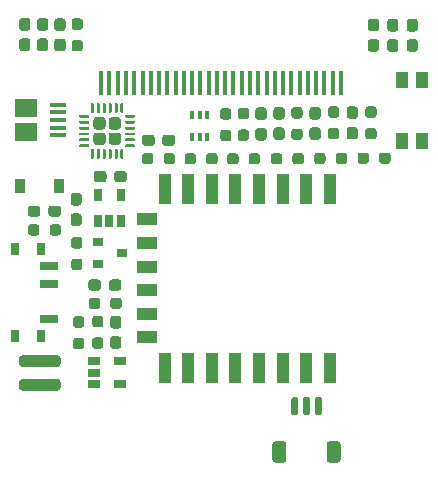
<source format=gbp>
G04 #@! TF.GenerationSoftware,KiCad,Pcbnew,5.1.10-88a1d61d58~90~ubuntu20.04.1*
G04 #@! TF.CreationDate,2021-12-07T21:06:44-07:00*
G04 #@! TF.ProjectId,v1.0-Beta-WiFi-Nugget,76312e30-2d42-4657-9461-2d576946692d,rev?*
G04 #@! TF.SameCoordinates,Original*
G04 #@! TF.FileFunction,Paste,Bot*
G04 #@! TF.FilePolarity,Positive*
%FSLAX46Y46*%
G04 Gerber Fmt 4.6, Leading zero omitted, Abs format (unit mm)*
G04 Created by KiCad (PCBNEW 5.1.10-88a1d61d58~90~ubuntu20.04.1) date 2021-12-07 21:06:44*
%MOMM*%
%LPD*%
G01*
G04 APERTURE LIST*
%ADD10R,0.400000X2.000000*%
%ADD11R,1.000000X2.500000*%
%ADD12R,1.800000X1.000000*%
%ADD13R,0.400000X0.650000*%
%ADD14R,0.900000X1.200000*%
%ADD15R,1.900000X1.500000*%
%ADD16R,1.350000X0.400000*%
%ADD17R,0.900000X0.800000*%
%ADD18R,1.000000X1.450000*%
%ADD19R,1.500000X0.700000*%
%ADD20R,0.800000X1.000000*%
%ADD21R,1.060000X0.650000*%
%ADD22R,0.650000X1.060000*%
G04 APERTURE END LIST*
D10*
X10150000Y10160000D03*
X9450000Y10160000D03*
X8750000Y10160000D03*
X8050000Y10160000D03*
X7350000Y10160000D03*
X6650000Y10160000D03*
X5950000Y10160000D03*
X5250000Y10160000D03*
X4550000Y10160000D03*
X3850000Y10160000D03*
X3150000Y10160000D03*
X2450000Y10160000D03*
X1750000Y10160000D03*
X1050000Y10160000D03*
X350000Y10160000D03*
X-350000Y10160000D03*
X-1050000Y10160000D03*
X-1750000Y10160000D03*
X-2450000Y10160000D03*
X-3150000Y10160000D03*
X-3850000Y10160000D03*
X-4550000Y10160000D03*
X-5250000Y10160000D03*
X-5950000Y10160000D03*
X-6650000Y10160000D03*
X-7350000Y10160000D03*
X-8050000Y10160000D03*
X-8750000Y10160000D03*
X-9450000Y10160000D03*
X-10150000Y10160000D03*
G36*
G01*
X5539000Y-20465499D02*
X5539000Y-21765501D01*
G75*
G02*
X5289001Y-22015500I-249999J0D01*
G01*
X4588999Y-22015500D01*
G75*
G02*
X4339000Y-21765501I0J249999D01*
G01*
X4339000Y-20465499D01*
G75*
G02*
X4588999Y-20215500I249999J0D01*
G01*
X5289001Y-20215500D01*
G75*
G02*
X5539000Y-20465499I0J-249999D01*
G01*
G37*
G36*
G01*
X10139000Y-20465499D02*
X10139000Y-21765501D01*
G75*
G02*
X9889001Y-22015500I-249999J0D01*
G01*
X9188999Y-22015500D01*
G75*
G02*
X8939000Y-21765501I0J249999D01*
G01*
X8939000Y-20465499D01*
G75*
G02*
X9188999Y-20215500I249999J0D01*
G01*
X9889001Y-20215500D01*
G75*
G02*
X10139000Y-20465499I0J-249999D01*
G01*
G37*
G36*
G01*
X6539000Y-16615500D02*
X6539000Y-17865500D01*
G75*
G02*
X6389000Y-18015500I-150000J0D01*
G01*
X6089000Y-18015500D01*
G75*
G02*
X5939000Y-17865500I0J150000D01*
G01*
X5939000Y-16615500D01*
G75*
G02*
X6089000Y-16465500I150000J0D01*
G01*
X6389000Y-16465500D01*
G75*
G02*
X6539000Y-16615500I0J-150000D01*
G01*
G37*
G36*
G01*
X7539000Y-16615500D02*
X7539000Y-17865500D01*
G75*
G02*
X7389000Y-18015500I-150000J0D01*
G01*
X7089000Y-18015500D01*
G75*
G02*
X6939000Y-17865500I0J150000D01*
G01*
X6939000Y-16615500D01*
G75*
G02*
X7089000Y-16465500I150000J0D01*
G01*
X7389000Y-16465500D01*
G75*
G02*
X7539000Y-16615500I0J-150000D01*
G01*
G37*
G36*
G01*
X8539000Y-16615500D02*
X8539000Y-17865500D01*
G75*
G02*
X8389000Y-18015500I-150000J0D01*
G01*
X8089000Y-18015500D01*
G75*
G02*
X7939000Y-17865500I0J150000D01*
G01*
X7939000Y-16615500D01*
G75*
G02*
X8089000Y-16465500I150000J0D01*
G01*
X8389000Y-16465500D01*
G75*
G02*
X8539000Y-16615500I0J-150000D01*
G01*
G37*
G36*
G01*
X1654800Y8016700D02*
X2129800Y8016700D01*
G75*
G02*
X2367300Y7779200I0J-237500D01*
G01*
X2367300Y7279200D01*
G75*
G02*
X2129800Y7041700I-237500J0D01*
G01*
X1654800Y7041700D01*
G75*
G02*
X1417300Y7279200I0J237500D01*
G01*
X1417300Y7779200D01*
G75*
G02*
X1654800Y8016700I237500J0D01*
G01*
G37*
G36*
G01*
X1654800Y6191700D02*
X2129800Y6191700D01*
G75*
G02*
X2367300Y5954200I0J-237500D01*
G01*
X2367300Y5454200D01*
G75*
G02*
X2129800Y5216700I-237500J0D01*
G01*
X1654800Y5216700D01*
G75*
G02*
X1417300Y5454200I0J237500D01*
G01*
X1417300Y5954200D01*
G75*
G02*
X1654800Y6191700I237500J0D01*
G01*
G37*
G36*
G01*
X168900Y7991300D02*
X643900Y7991300D01*
G75*
G02*
X881400Y7753800I0J-237500D01*
G01*
X881400Y7253800D01*
G75*
G02*
X643900Y7016300I-237500J0D01*
G01*
X168900Y7016300D01*
G75*
G02*
X-68600Y7253800I0J237500D01*
G01*
X-68600Y7753800D01*
G75*
G02*
X168900Y7991300I237500J0D01*
G01*
G37*
G36*
G01*
X168900Y6166300D02*
X643900Y6166300D01*
G75*
G02*
X881400Y5928800I0J-237500D01*
G01*
X881400Y5428800D01*
G75*
G02*
X643900Y5191300I-237500J0D01*
G01*
X168900Y5191300D01*
G75*
G02*
X-68600Y5428800I0J237500D01*
G01*
X-68600Y5928800D01*
G75*
G02*
X168900Y6166300I237500J0D01*
G01*
G37*
G36*
G01*
X-10014299Y6182900D02*
X-10564301Y6182900D01*
G75*
G02*
X-10814300Y6432899I0J249999D01*
G01*
X-10814300Y6982901D01*
G75*
G02*
X-10564301Y7232900I249999J0D01*
G01*
X-10014299Y7232900D01*
G75*
G02*
X-9764300Y6982901I0J-249999D01*
G01*
X-9764300Y6432899D01*
G75*
G02*
X-10014299Y6182900I-249999J0D01*
G01*
G37*
G36*
G01*
X-8714299Y6182900D02*
X-9264301Y6182900D01*
G75*
G02*
X-9514300Y6432899I0J249999D01*
G01*
X-9514300Y6982901D01*
G75*
G02*
X-9264301Y7232900I249999J0D01*
G01*
X-8714299Y7232900D01*
G75*
G02*
X-8464300Y6982901I0J-249999D01*
G01*
X-8464300Y6432899D01*
G75*
G02*
X-8714299Y6182900I-249999J0D01*
G01*
G37*
G36*
G01*
X-10014299Y4882900D02*
X-10564301Y4882900D01*
G75*
G02*
X-10814300Y5132899I0J249999D01*
G01*
X-10814300Y5682901D01*
G75*
G02*
X-10564301Y5932900I249999J0D01*
G01*
X-10014299Y5932900D01*
G75*
G02*
X-9764300Y5682901I0J-249999D01*
G01*
X-9764300Y5132899D01*
G75*
G02*
X-10014299Y4882900I-249999J0D01*
G01*
G37*
G36*
G01*
X-8714299Y4882900D02*
X-9264301Y4882900D01*
G75*
G02*
X-9514300Y5132899I0J249999D01*
G01*
X-9514300Y5682901D01*
G75*
G02*
X-9264301Y5932900I249999J0D01*
G01*
X-8714299Y5932900D01*
G75*
G02*
X-8464300Y5682901I0J-249999D01*
G01*
X-8464300Y5132899D01*
G75*
G02*
X-8714299Y4882900I-249999J0D01*
G01*
G37*
G36*
G01*
X-7351800Y4682900D02*
X-8051800Y4682900D01*
G75*
G02*
X-8114300Y4745400I0J62500D01*
G01*
X-8114300Y4870400D01*
G75*
G02*
X-8051800Y4932900I62500J0D01*
G01*
X-7351800Y4932900D01*
G75*
G02*
X-7289300Y4870400I0J-62500D01*
G01*
X-7289300Y4745400D01*
G75*
G02*
X-7351800Y4682900I-62500J0D01*
G01*
G37*
G36*
G01*
X-7351800Y5182900D02*
X-8051800Y5182900D01*
G75*
G02*
X-8114300Y5245400I0J62500D01*
G01*
X-8114300Y5370400D01*
G75*
G02*
X-8051800Y5432900I62500J0D01*
G01*
X-7351800Y5432900D01*
G75*
G02*
X-7289300Y5370400I0J-62500D01*
G01*
X-7289300Y5245400D01*
G75*
G02*
X-7351800Y5182900I-62500J0D01*
G01*
G37*
G36*
G01*
X-7351800Y5682900D02*
X-8051800Y5682900D01*
G75*
G02*
X-8114300Y5745400I0J62500D01*
G01*
X-8114300Y5870400D01*
G75*
G02*
X-8051800Y5932900I62500J0D01*
G01*
X-7351800Y5932900D01*
G75*
G02*
X-7289300Y5870400I0J-62500D01*
G01*
X-7289300Y5745400D01*
G75*
G02*
X-7351800Y5682900I-62500J0D01*
G01*
G37*
G36*
G01*
X-7351800Y6182900D02*
X-8051800Y6182900D01*
G75*
G02*
X-8114300Y6245400I0J62500D01*
G01*
X-8114300Y6370400D01*
G75*
G02*
X-8051800Y6432900I62500J0D01*
G01*
X-7351800Y6432900D01*
G75*
G02*
X-7289300Y6370400I0J-62500D01*
G01*
X-7289300Y6245400D01*
G75*
G02*
X-7351800Y6182900I-62500J0D01*
G01*
G37*
G36*
G01*
X-7351800Y6682900D02*
X-8051800Y6682900D01*
G75*
G02*
X-8114300Y6745400I0J62500D01*
G01*
X-8114300Y6870400D01*
G75*
G02*
X-8051800Y6932900I62500J0D01*
G01*
X-7351800Y6932900D01*
G75*
G02*
X-7289300Y6870400I0J-62500D01*
G01*
X-7289300Y6745400D01*
G75*
G02*
X-7351800Y6682900I-62500J0D01*
G01*
G37*
G36*
G01*
X-7351800Y7182900D02*
X-8051800Y7182900D01*
G75*
G02*
X-8114300Y7245400I0J62500D01*
G01*
X-8114300Y7370400D01*
G75*
G02*
X-8051800Y7432900I62500J0D01*
G01*
X-7351800Y7432900D01*
G75*
G02*
X-7289300Y7370400I0J-62500D01*
G01*
X-7289300Y7245400D01*
G75*
G02*
X-7351800Y7182900I-62500J0D01*
G01*
G37*
G36*
G01*
X-8326800Y7582900D02*
X-8451800Y7582900D01*
G75*
G02*
X-8514300Y7645400I0J62500D01*
G01*
X-8514300Y8345400D01*
G75*
G02*
X-8451800Y8407900I62500J0D01*
G01*
X-8326800Y8407900D01*
G75*
G02*
X-8264300Y8345400I0J-62500D01*
G01*
X-8264300Y7645400D01*
G75*
G02*
X-8326800Y7582900I-62500J0D01*
G01*
G37*
G36*
G01*
X-8826800Y7582900D02*
X-8951800Y7582900D01*
G75*
G02*
X-9014300Y7645400I0J62500D01*
G01*
X-9014300Y8345400D01*
G75*
G02*
X-8951800Y8407900I62500J0D01*
G01*
X-8826800Y8407900D01*
G75*
G02*
X-8764300Y8345400I0J-62500D01*
G01*
X-8764300Y7645400D01*
G75*
G02*
X-8826800Y7582900I-62500J0D01*
G01*
G37*
G36*
G01*
X-9326800Y7582900D02*
X-9451800Y7582900D01*
G75*
G02*
X-9514300Y7645400I0J62500D01*
G01*
X-9514300Y8345400D01*
G75*
G02*
X-9451800Y8407900I62500J0D01*
G01*
X-9326800Y8407900D01*
G75*
G02*
X-9264300Y8345400I0J-62500D01*
G01*
X-9264300Y7645400D01*
G75*
G02*
X-9326800Y7582900I-62500J0D01*
G01*
G37*
G36*
G01*
X-9826800Y7582900D02*
X-9951800Y7582900D01*
G75*
G02*
X-10014300Y7645400I0J62500D01*
G01*
X-10014300Y8345400D01*
G75*
G02*
X-9951800Y8407900I62500J0D01*
G01*
X-9826800Y8407900D01*
G75*
G02*
X-9764300Y8345400I0J-62500D01*
G01*
X-9764300Y7645400D01*
G75*
G02*
X-9826800Y7582900I-62500J0D01*
G01*
G37*
G36*
G01*
X-10326800Y7582900D02*
X-10451800Y7582900D01*
G75*
G02*
X-10514300Y7645400I0J62500D01*
G01*
X-10514300Y8345400D01*
G75*
G02*
X-10451800Y8407900I62500J0D01*
G01*
X-10326800Y8407900D01*
G75*
G02*
X-10264300Y8345400I0J-62500D01*
G01*
X-10264300Y7645400D01*
G75*
G02*
X-10326800Y7582900I-62500J0D01*
G01*
G37*
G36*
G01*
X-10826800Y7582900D02*
X-10951800Y7582900D01*
G75*
G02*
X-11014300Y7645400I0J62500D01*
G01*
X-11014300Y8345400D01*
G75*
G02*
X-10951800Y8407900I62500J0D01*
G01*
X-10826800Y8407900D01*
G75*
G02*
X-10764300Y8345400I0J-62500D01*
G01*
X-10764300Y7645400D01*
G75*
G02*
X-10826800Y7582900I-62500J0D01*
G01*
G37*
G36*
G01*
X-11226800Y7182900D02*
X-11926800Y7182900D01*
G75*
G02*
X-11989300Y7245400I0J62500D01*
G01*
X-11989300Y7370400D01*
G75*
G02*
X-11926800Y7432900I62500J0D01*
G01*
X-11226800Y7432900D01*
G75*
G02*
X-11164300Y7370400I0J-62500D01*
G01*
X-11164300Y7245400D01*
G75*
G02*
X-11226800Y7182900I-62500J0D01*
G01*
G37*
G36*
G01*
X-11226800Y6682900D02*
X-11926800Y6682900D01*
G75*
G02*
X-11989300Y6745400I0J62500D01*
G01*
X-11989300Y6870400D01*
G75*
G02*
X-11926800Y6932900I62500J0D01*
G01*
X-11226800Y6932900D01*
G75*
G02*
X-11164300Y6870400I0J-62500D01*
G01*
X-11164300Y6745400D01*
G75*
G02*
X-11226800Y6682900I-62500J0D01*
G01*
G37*
G36*
G01*
X-11226800Y6182900D02*
X-11926800Y6182900D01*
G75*
G02*
X-11989300Y6245400I0J62500D01*
G01*
X-11989300Y6370400D01*
G75*
G02*
X-11926800Y6432900I62500J0D01*
G01*
X-11226800Y6432900D01*
G75*
G02*
X-11164300Y6370400I0J-62500D01*
G01*
X-11164300Y6245400D01*
G75*
G02*
X-11226800Y6182900I-62500J0D01*
G01*
G37*
G36*
G01*
X-11226800Y5682900D02*
X-11926800Y5682900D01*
G75*
G02*
X-11989300Y5745400I0J62500D01*
G01*
X-11989300Y5870400D01*
G75*
G02*
X-11926800Y5932900I62500J0D01*
G01*
X-11226800Y5932900D01*
G75*
G02*
X-11164300Y5870400I0J-62500D01*
G01*
X-11164300Y5745400D01*
G75*
G02*
X-11226800Y5682900I-62500J0D01*
G01*
G37*
G36*
G01*
X-11226800Y5182900D02*
X-11926800Y5182900D01*
G75*
G02*
X-11989300Y5245400I0J62500D01*
G01*
X-11989300Y5370400D01*
G75*
G02*
X-11926800Y5432900I62500J0D01*
G01*
X-11226800Y5432900D01*
G75*
G02*
X-11164300Y5370400I0J-62500D01*
G01*
X-11164300Y5245400D01*
G75*
G02*
X-11226800Y5182900I-62500J0D01*
G01*
G37*
G36*
G01*
X-11226800Y4682900D02*
X-11926800Y4682900D01*
G75*
G02*
X-11989300Y4745400I0J62500D01*
G01*
X-11989300Y4870400D01*
G75*
G02*
X-11926800Y4932900I62500J0D01*
G01*
X-11226800Y4932900D01*
G75*
G02*
X-11164300Y4870400I0J-62500D01*
G01*
X-11164300Y4745400D01*
G75*
G02*
X-11226800Y4682900I-62500J0D01*
G01*
G37*
G36*
G01*
X-10826800Y3707900D02*
X-10951800Y3707900D01*
G75*
G02*
X-11014300Y3770400I0J62500D01*
G01*
X-11014300Y4470400D01*
G75*
G02*
X-10951800Y4532900I62500J0D01*
G01*
X-10826800Y4532900D01*
G75*
G02*
X-10764300Y4470400I0J-62500D01*
G01*
X-10764300Y3770400D01*
G75*
G02*
X-10826800Y3707900I-62500J0D01*
G01*
G37*
G36*
G01*
X-10326800Y3707900D02*
X-10451800Y3707900D01*
G75*
G02*
X-10514300Y3770400I0J62500D01*
G01*
X-10514300Y4470400D01*
G75*
G02*
X-10451800Y4532900I62500J0D01*
G01*
X-10326800Y4532900D01*
G75*
G02*
X-10264300Y4470400I0J-62500D01*
G01*
X-10264300Y3770400D01*
G75*
G02*
X-10326800Y3707900I-62500J0D01*
G01*
G37*
G36*
G01*
X-9826800Y3707900D02*
X-9951800Y3707900D01*
G75*
G02*
X-10014300Y3770400I0J62500D01*
G01*
X-10014300Y4470400D01*
G75*
G02*
X-9951800Y4532900I62500J0D01*
G01*
X-9826800Y4532900D01*
G75*
G02*
X-9764300Y4470400I0J-62500D01*
G01*
X-9764300Y3770400D01*
G75*
G02*
X-9826800Y3707900I-62500J0D01*
G01*
G37*
G36*
G01*
X-9326800Y3707900D02*
X-9451800Y3707900D01*
G75*
G02*
X-9514300Y3770400I0J62500D01*
G01*
X-9514300Y4470400D01*
G75*
G02*
X-9451800Y4532900I62500J0D01*
G01*
X-9326800Y4532900D01*
G75*
G02*
X-9264300Y4470400I0J-62500D01*
G01*
X-9264300Y3770400D01*
G75*
G02*
X-9326800Y3707900I-62500J0D01*
G01*
G37*
G36*
G01*
X-8826800Y3707900D02*
X-8951800Y3707900D01*
G75*
G02*
X-9014300Y3770400I0J62500D01*
G01*
X-9014300Y4470400D01*
G75*
G02*
X-8951800Y4532900I62500J0D01*
G01*
X-8826800Y4532900D01*
G75*
G02*
X-8764300Y4470400I0J-62500D01*
G01*
X-8764300Y3770400D01*
G75*
G02*
X-8826800Y3707900I-62500J0D01*
G01*
G37*
G36*
G01*
X-8326800Y3707900D02*
X-8451800Y3707900D01*
G75*
G02*
X-8514300Y3770400I0J62500D01*
G01*
X-8514300Y4470400D01*
G75*
G02*
X-8451800Y4532900I62500J0D01*
G01*
X-8326800Y4532900D01*
G75*
G02*
X-8264300Y4470400I0J-62500D01*
G01*
X-8264300Y3770400D01*
G75*
G02*
X-8326800Y3707900I-62500J0D01*
G01*
G37*
D11*
X9215000Y-14013500D03*
X7215000Y-14013500D03*
X5215000Y-14013500D03*
X3215000Y-14013500D03*
X1215000Y-14013500D03*
X-785000Y-14013500D03*
X-2785000Y-14013500D03*
X-4785000Y-14013500D03*
D12*
X-6285000Y-11413500D03*
X-6285000Y-9413500D03*
X-6285000Y-7413500D03*
X-6285000Y-5413500D03*
X-6285000Y-3413500D03*
X-6285000Y-1413500D03*
D11*
X-4785000Y1186500D03*
X-2785000Y1186500D03*
X-785000Y1186500D03*
X1215000Y1186500D03*
X3215000Y1186500D03*
X5215000Y1186500D03*
X7215000Y1186500D03*
X9215000Y1186500D03*
D13*
X-1153400Y5539700D03*
X-2453400Y5539700D03*
X-1803400Y7439700D03*
X-1803400Y5539700D03*
X-2453400Y7439700D03*
X-1153400Y7439700D03*
G36*
G01*
X4677400Y6367900D02*
X5152400Y6367900D01*
G75*
G02*
X5389900Y6130400I0J-237500D01*
G01*
X5389900Y5530400D01*
G75*
G02*
X5152400Y5292900I-237500J0D01*
G01*
X4677400Y5292900D01*
G75*
G02*
X4439900Y5530400I0J237500D01*
G01*
X4439900Y6130400D01*
G75*
G02*
X4677400Y6367900I237500J0D01*
G01*
G37*
G36*
G01*
X4677400Y8092900D02*
X5152400Y8092900D01*
G75*
G02*
X5389900Y7855400I0J-237500D01*
G01*
X5389900Y7255400D01*
G75*
G02*
X5152400Y7017900I-237500J0D01*
G01*
X4677400Y7017900D01*
G75*
G02*
X4439900Y7255400I0J237500D01*
G01*
X4439900Y7855400D01*
G75*
G02*
X4677400Y8092900I237500J0D01*
G01*
G37*
G36*
G01*
X12924800Y7170600D02*
X12449800Y7170600D01*
G75*
G02*
X12212300Y7408100I0J237500D01*
G01*
X12212300Y7908100D01*
G75*
G02*
X12449800Y8145600I237500J0D01*
G01*
X12924800Y8145600D01*
G75*
G02*
X13162300Y7908100I0J-237500D01*
G01*
X13162300Y7408100D01*
G75*
G02*
X12924800Y7170600I-237500J0D01*
G01*
G37*
G36*
G01*
X12924800Y5345600D02*
X12449800Y5345600D01*
G75*
G02*
X12212300Y5583100I0J237500D01*
G01*
X12212300Y6083100D01*
G75*
G02*
X12449800Y6320600I237500J0D01*
G01*
X12924800Y6320600D01*
G75*
G02*
X13162300Y6083100I0J-237500D01*
G01*
X13162300Y5583100D01*
G75*
G02*
X12924800Y5345600I-237500J0D01*
G01*
G37*
G36*
G01*
X-11941800Y14623600D02*
X-12416800Y14623600D01*
G75*
G02*
X-12654300Y14861100I0J237500D01*
G01*
X-12654300Y15361100D01*
G75*
G02*
X-12416800Y15598600I237500J0D01*
G01*
X-11941800Y15598600D01*
G75*
G02*
X-11704300Y15361100I0J-237500D01*
G01*
X-11704300Y14861100D01*
G75*
G02*
X-11941800Y14623600I-237500J0D01*
G01*
G37*
G36*
G01*
X-11941800Y12798600D02*
X-12416800Y12798600D01*
G75*
G02*
X-12654300Y13036100I0J237500D01*
G01*
X-12654300Y13536100D01*
G75*
G02*
X-12416800Y13773600I237500J0D01*
G01*
X-11941800Y13773600D01*
G75*
G02*
X-11704300Y13536100I0J-237500D01*
G01*
X-11704300Y13036100D01*
G75*
G02*
X-11941800Y12798600I-237500J0D01*
G01*
G37*
G36*
G01*
X-15350500Y15624000D02*
X-14875500Y15624000D01*
G75*
G02*
X-14638000Y15386500I0J-237500D01*
G01*
X-14638000Y14786500D01*
G75*
G02*
X-14875500Y14549000I-237500J0D01*
G01*
X-15350500Y14549000D01*
G75*
G02*
X-15588000Y14786500I0J237500D01*
G01*
X-15588000Y15386500D01*
G75*
G02*
X-15350500Y15624000I237500J0D01*
G01*
G37*
G36*
G01*
X-15350500Y13899000D02*
X-14875500Y13899000D01*
G75*
G02*
X-14638000Y13661500I0J-237500D01*
G01*
X-14638000Y13061500D01*
G75*
G02*
X-14875500Y12824000I-237500J0D01*
G01*
X-15350500Y12824000D01*
G75*
G02*
X-15588000Y13061500I0J237500D01*
G01*
X-15588000Y13661500D01*
G75*
G02*
X-15350500Y13899000I237500J0D01*
G01*
G37*
G36*
G01*
X-5720900Y3958600D02*
X-5720900Y3483600D01*
G75*
G02*
X-5958400Y3246100I-237500J0D01*
G01*
X-6458400Y3246100D01*
G75*
G02*
X-6695900Y3483600I0J237500D01*
G01*
X-6695900Y3958600D01*
G75*
G02*
X-6458400Y4196100I237500J0D01*
G01*
X-5958400Y4196100D01*
G75*
G02*
X-5720900Y3958600I0J-237500D01*
G01*
G37*
G36*
G01*
X-3895900Y3958600D02*
X-3895900Y3483600D01*
G75*
G02*
X-4133400Y3246100I-237500J0D01*
G01*
X-4633400Y3246100D01*
G75*
G02*
X-4870900Y3483600I0J237500D01*
G01*
X-4870900Y3958600D01*
G75*
G02*
X-4633400Y4196100I237500J0D01*
G01*
X-4133400Y4196100D01*
G75*
G02*
X-3895900Y3958600I0J-237500D01*
G01*
G37*
G36*
G01*
X-6695900Y5033000D02*
X-6695900Y5508000D01*
G75*
G02*
X-6458400Y5745500I237500J0D01*
G01*
X-5858400Y5745500D01*
G75*
G02*
X-5620900Y5508000I0J-237500D01*
G01*
X-5620900Y5033000D01*
G75*
G02*
X-5858400Y4795500I-237500J0D01*
G01*
X-6458400Y4795500D01*
G75*
G02*
X-6695900Y5033000I0J237500D01*
G01*
G37*
G36*
G01*
X-4970900Y5033000D02*
X-4970900Y5508000D01*
G75*
G02*
X-4733400Y5745500I237500J0D01*
G01*
X-4133400Y5745500D01*
G75*
G02*
X-3895900Y5508000I0J-237500D01*
G01*
X-3895900Y5033000D01*
G75*
G02*
X-4133400Y4795500I-237500J0D01*
G01*
X-4733400Y4795500D01*
G75*
G02*
X-4970900Y5033000I0J237500D01*
G01*
G37*
G36*
G01*
X-12030700Y-259200D02*
X-12505700Y-259200D01*
G75*
G02*
X-12743200Y-21700I0J237500D01*
G01*
X-12743200Y578300D01*
G75*
G02*
X-12505700Y815800I237500J0D01*
G01*
X-12030700Y815800D01*
G75*
G02*
X-11793200Y578300I0J-237500D01*
G01*
X-11793200Y-21700D01*
G75*
G02*
X-12030700Y-259200I-237500J0D01*
G01*
G37*
G36*
G01*
X-12030700Y-1984200D02*
X-12505700Y-1984200D01*
G75*
G02*
X-12743200Y-1746700I0J237500D01*
G01*
X-12743200Y-1146700D01*
G75*
G02*
X-12505700Y-909200I237500J0D01*
G01*
X-12030700Y-909200D01*
G75*
G02*
X-11793200Y-1146700I0J-237500D01*
G01*
X-11793200Y-1746700D01*
G75*
G02*
X-12030700Y-1984200I-237500J0D01*
G01*
G37*
G36*
G01*
X-11229800Y-7222500D02*
X-11229800Y-6747500D01*
G75*
G02*
X-10992300Y-6510000I237500J0D01*
G01*
X-10392300Y-6510000D01*
G75*
G02*
X-10154800Y-6747500I0J-237500D01*
G01*
X-10154800Y-7222500D01*
G75*
G02*
X-10392300Y-7460000I-237500J0D01*
G01*
X-10992300Y-7460000D01*
G75*
G02*
X-11229800Y-7222500I0J237500D01*
G01*
G37*
G36*
G01*
X-9504800Y-7222500D02*
X-9504800Y-6747500D01*
G75*
G02*
X-9267300Y-6510000I237500J0D01*
G01*
X-8667300Y-6510000D01*
G75*
G02*
X-8429800Y-6747500I0J-237500D01*
G01*
X-8429800Y-7222500D01*
G75*
G02*
X-8667300Y-7460000I-237500J0D01*
G01*
X-9267300Y-7460000D01*
G75*
G02*
X-9504800Y-7222500I0J237500D01*
G01*
G37*
G36*
G01*
X10875000Y8143700D02*
X11350000Y8143700D01*
G75*
G02*
X11587500Y7906200I0J-237500D01*
G01*
X11587500Y7331200D01*
G75*
G02*
X11350000Y7093700I-237500J0D01*
G01*
X10875000Y7093700D01*
G75*
G02*
X10637500Y7331200I0J237500D01*
G01*
X10637500Y7906200D01*
G75*
G02*
X10875000Y8143700I237500J0D01*
G01*
G37*
G36*
G01*
X10875000Y6393700D02*
X11350000Y6393700D01*
G75*
G02*
X11587500Y6156200I0J-237500D01*
G01*
X11587500Y5581200D01*
G75*
G02*
X11350000Y5343700I-237500J0D01*
G01*
X10875000Y5343700D01*
G75*
G02*
X10637500Y5581200I0J237500D01*
G01*
X10637500Y6156200D01*
G75*
G02*
X10875000Y6393700I237500J0D01*
G01*
G37*
G36*
G01*
X-16841600Y-14927200D02*
X-13841600Y-14927200D01*
G75*
G02*
X-13591600Y-15177200I0J-250000D01*
G01*
X-13591600Y-15677200D01*
G75*
G02*
X-13841600Y-15927200I-250000J0D01*
G01*
X-16841600Y-15927200D01*
G75*
G02*
X-17091600Y-15677200I0J250000D01*
G01*
X-17091600Y-15177200D01*
G75*
G02*
X-16841600Y-14927200I250000J0D01*
G01*
G37*
G36*
G01*
X-16841600Y-12927200D02*
X-13841600Y-12927200D01*
G75*
G02*
X-13591600Y-13177200I0J-250000D01*
G01*
X-13591600Y-13677200D01*
G75*
G02*
X-13841600Y-13927200I-250000J0D01*
G01*
X-16841600Y-13927200D01*
G75*
G02*
X-17091600Y-13677200I0J250000D01*
G01*
X-17091600Y-13177200D01*
G75*
G02*
X-16841600Y-12927200I250000J0D01*
G01*
G37*
G36*
G01*
X-8404400Y-8296900D02*
X-8404400Y-8771900D01*
G75*
G02*
X-8641900Y-9009400I-237500J0D01*
G01*
X-9141900Y-9009400D01*
G75*
G02*
X-9379400Y-8771900I0J237500D01*
G01*
X-9379400Y-8296900D01*
G75*
G02*
X-9141900Y-8059400I237500J0D01*
G01*
X-8641900Y-8059400D01*
G75*
G02*
X-8404400Y-8296900I0J-237500D01*
G01*
G37*
G36*
G01*
X-10229400Y-8296900D02*
X-10229400Y-8771900D01*
G75*
G02*
X-10466900Y-9009400I-237500J0D01*
G01*
X-10966900Y-9009400D01*
G75*
G02*
X-11204400Y-8771900I0J237500D01*
G01*
X-11204400Y-8296900D01*
G75*
G02*
X-10966900Y-8059400I237500J0D01*
G01*
X-10466900Y-8059400D01*
G75*
G02*
X-10229400Y-8296900I0J-237500D01*
G01*
G37*
G36*
G01*
X11554000Y3509000D02*
X11554000Y3984000D01*
G75*
G02*
X11791500Y4221500I237500J0D01*
G01*
X12291500Y4221500D01*
G75*
G02*
X12529000Y3984000I0J-237500D01*
G01*
X12529000Y3509000D01*
G75*
G02*
X12291500Y3271500I-237500J0D01*
G01*
X11791500Y3271500D01*
G75*
G02*
X11554000Y3509000I0J237500D01*
G01*
G37*
G36*
G01*
X13379000Y3509000D02*
X13379000Y3984000D01*
G75*
G02*
X13616500Y4221500I237500J0D01*
G01*
X14116500Y4221500D01*
G75*
G02*
X14354000Y3984000I0J-237500D01*
G01*
X14354000Y3509000D01*
G75*
G02*
X14116500Y3271500I-237500J0D01*
G01*
X13616500Y3271500D01*
G75*
G02*
X13379000Y3509000I0J237500D01*
G01*
G37*
G36*
G01*
X-10201900Y-10560500D02*
X-10676900Y-10560500D01*
G75*
G02*
X-10914400Y-10323000I0J237500D01*
G01*
X-10914400Y-9823000D01*
G75*
G02*
X-10676900Y-9585500I237500J0D01*
G01*
X-10201900Y-9585500D01*
G75*
G02*
X-9964400Y-9823000I0J-237500D01*
G01*
X-9964400Y-10323000D01*
G75*
G02*
X-10201900Y-10560500I-237500J0D01*
G01*
G37*
G36*
G01*
X-10201900Y-12385500D02*
X-10676900Y-12385500D01*
G75*
G02*
X-10914400Y-12148000I0J237500D01*
G01*
X-10914400Y-11648000D01*
G75*
G02*
X-10676900Y-11410500I237500J0D01*
G01*
X-10201900Y-11410500D01*
G75*
G02*
X-9964400Y-11648000I0J-237500D01*
G01*
X-9964400Y-12148000D01*
G75*
G02*
X-10201900Y-12385500I-237500J0D01*
G01*
G37*
G36*
G01*
X14304000Y13835500D02*
X14779000Y13835500D01*
G75*
G02*
X15016500Y13598000I0J-237500D01*
G01*
X15016500Y12998000D01*
G75*
G02*
X14779000Y12760500I-237500J0D01*
G01*
X14304000Y12760500D01*
G75*
G02*
X14066500Y12998000I0J237500D01*
G01*
X14066500Y13598000D01*
G75*
G02*
X14304000Y13835500I237500J0D01*
G01*
G37*
G36*
G01*
X14304000Y15560500D02*
X14779000Y15560500D01*
G75*
G02*
X15016500Y15323000I0J-237500D01*
G01*
X15016500Y14723000D01*
G75*
G02*
X14779000Y14485500I-237500J0D01*
G01*
X14304000Y14485500D01*
G75*
G02*
X14066500Y14723000I0J237500D01*
G01*
X14066500Y15323000D01*
G75*
G02*
X14304000Y15560500I237500J0D01*
G01*
G37*
G36*
G01*
X13140700Y12773200D02*
X12665700Y12773200D01*
G75*
G02*
X12428200Y13010700I0J237500D01*
G01*
X12428200Y13610700D01*
G75*
G02*
X12665700Y13848200I237500J0D01*
G01*
X13140700Y13848200D01*
G75*
G02*
X13378200Y13610700I0J-237500D01*
G01*
X13378200Y13010700D01*
G75*
G02*
X13140700Y12773200I-237500J0D01*
G01*
G37*
G36*
G01*
X13140700Y14498200D02*
X12665700Y14498200D01*
G75*
G02*
X12428200Y14735700I0J237500D01*
G01*
X12428200Y15335700D01*
G75*
G02*
X12665700Y15573200I237500J0D01*
G01*
X13140700Y15573200D01*
G75*
G02*
X13378200Y15335700I0J-237500D01*
G01*
X13378200Y14735700D01*
G75*
G02*
X13140700Y14498200I-237500J0D01*
G01*
G37*
G36*
G01*
X8200400Y5292900D02*
X7725400Y5292900D01*
G75*
G02*
X7487900Y5530400I0J237500D01*
G01*
X7487900Y6130400D01*
G75*
G02*
X7725400Y6367900I237500J0D01*
G01*
X8200400Y6367900D01*
G75*
G02*
X8437900Y6130400I0J-237500D01*
G01*
X8437900Y5530400D01*
G75*
G02*
X8200400Y5292900I-237500J0D01*
G01*
G37*
G36*
G01*
X8200400Y7017900D02*
X7725400Y7017900D01*
G75*
G02*
X7487900Y7255400I0J237500D01*
G01*
X7487900Y7855400D01*
G75*
G02*
X7725400Y8092900I237500J0D01*
G01*
X8200400Y8092900D01*
G75*
G02*
X8437900Y7855400I0J-237500D01*
G01*
X8437900Y7255400D01*
G75*
G02*
X8200400Y7017900I-237500J0D01*
G01*
G37*
G36*
G01*
X-13402300Y12798600D02*
X-13877300Y12798600D01*
G75*
G02*
X-14114800Y13036100I0J237500D01*
G01*
X-14114800Y13636100D01*
G75*
G02*
X-13877300Y13873600I237500J0D01*
G01*
X-13402300Y13873600D01*
G75*
G02*
X-13164800Y13636100I0J-237500D01*
G01*
X-13164800Y13036100D01*
G75*
G02*
X-13402300Y12798600I-237500J0D01*
G01*
G37*
G36*
G01*
X-13402300Y14523600D02*
X-13877300Y14523600D01*
G75*
G02*
X-14114800Y14761100I0J237500D01*
G01*
X-14114800Y15361100D01*
G75*
G02*
X-13877300Y15598600I237500J0D01*
G01*
X-13402300Y15598600D01*
G75*
G02*
X-13164800Y15361100I0J-237500D01*
G01*
X-13164800Y14761100D01*
G75*
G02*
X-13402300Y14523600I-237500J0D01*
G01*
G37*
G36*
G01*
X16430000Y14485500D02*
X15955000Y14485500D01*
G75*
G02*
X15717500Y14723000I0J237500D01*
G01*
X15717500Y15323000D01*
G75*
G02*
X15955000Y15560500I237500J0D01*
G01*
X16430000Y15560500D01*
G75*
G02*
X16667500Y15323000I0J-237500D01*
G01*
X16667500Y14723000D01*
G75*
G02*
X16430000Y14485500I-237500J0D01*
G01*
G37*
G36*
G01*
X16430000Y12760500D02*
X15955000Y12760500D01*
G75*
G02*
X15717500Y12998000I0J237500D01*
G01*
X15717500Y13598000D01*
G75*
G02*
X15955000Y13835500I237500J0D01*
G01*
X16430000Y13835500D01*
G75*
G02*
X16667500Y13598000I0J-237500D01*
G01*
X16667500Y12998000D01*
G75*
G02*
X16430000Y12760500I-237500J0D01*
G01*
G37*
G36*
G01*
X3140700Y8054800D02*
X3615700Y8054800D01*
G75*
G02*
X3853200Y7817300I0J-237500D01*
G01*
X3853200Y7217300D01*
G75*
G02*
X3615700Y6979800I-237500J0D01*
G01*
X3140700Y6979800D01*
G75*
G02*
X2903200Y7217300I0J237500D01*
G01*
X2903200Y7817300D01*
G75*
G02*
X3140700Y8054800I237500J0D01*
G01*
G37*
G36*
G01*
X3140700Y6329800D02*
X3615700Y6329800D01*
G75*
G02*
X3853200Y6092300I0J-237500D01*
G01*
X3853200Y5492300D01*
G75*
G02*
X3615700Y5254800I-237500J0D01*
G01*
X3140700Y5254800D01*
G75*
G02*
X2903200Y5492300I0J237500D01*
G01*
X2903200Y6092300D01*
G75*
G02*
X3140700Y6329800I237500J0D01*
G01*
G37*
D14*
X-13717000Y1371600D03*
X-17017000Y1371600D03*
D15*
X-16541000Y6000000D03*
D16*
X-13841000Y7000000D03*
X-13841000Y7650000D03*
X-13841000Y8300000D03*
X-13841000Y5700000D03*
X-13841000Y6350000D03*
D15*
X-16541000Y8000000D03*
D17*
X-10423400Y-5217200D03*
X-10423400Y-3317200D03*
X-8423400Y-4267200D03*
G36*
G01*
X1480000Y3945900D02*
X1480000Y3470900D01*
G75*
G02*
X1242500Y3233400I-237500J0D01*
G01*
X742500Y3233400D01*
G75*
G02*
X505000Y3470900I0J237500D01*
G01*
X505000Y3945900D01*
G75*
G02*
X742500Y4183400I237500J0D01*
G01*
X1242500Y4183400D01*
G75*
G02*
X1480000Y3945900I0J-237500D01*
G01*
G37*
G36*
G01*
X3305000Y3945900D02*
X3305000Y3470900D01*
G75*
G02*
X3067500Y3233400I-237500J0D01*
G01*
X2567500Y3233400D01*
G75*
G02*
X2330000Y3470900I0J237500D01*
G01*
X2330000Y3945900D01*
G75*
G02*
X2567500Y4183400I237500J0D01*
G01*
X3067500Y4183400D01*
G75*
G02*
X3305000Y3945900I0J-237500D01*
G01*
G37*
G36*
G01*
X6188700Y6267900D02*
X6663700Y6267900D01*
G75*
G02*
X6901200Y6030400I0J-237500D01*
G01*
X6901200Y5530400D01*
G75*
G02*
X6663700Y5292900I-237500J0D01*
G01*
X6188700Y5292900D01*
G75*
G02*
X5951200Y5530400I0J237500D01*
G01*
X5951200Y6030400D01*
G75*
G02*
X6188700Y6267900I237500J0D01*
G01*
G37*
G36*
G01*
X6188700Y8092900D02*
X6663700Y8092900D01*
G75*
G02*
X6901200Y7855400I0J-237500D01*
G01*
X6901200Y7355400D01*
G75*
G02*
X6663700Y7117900I-237500J0D01*
G01*
X6188700Y7117900D01*
G75*
G02*
X5951200Y7355400I0J237500D01*
G01*
X5951200Y7855400D01*
G75*
G02*
X6188700Y8092900I237500J0D01*
G01*
G37*
G36*
G01*
X-3089100Y3470900D02*
X-3089100Y3945900D01*
G75*
G02*
X-2851600Y4183400I237500J0D01*
G01*
X-2351600Y4183400D01*
G75*
G02*
X-2114100Y3945900I0J-237500D01*
G01*
X-2114100Y3470900D01*
G75*
G02*
X-2351600Y3233400I-237500J0D01*
G01*
X-2851600Y3233400D01*
G75*
G02*
X-3089100Y3470900I0J237500D01*
G01*
G37*
G36*
G01*
X-1264100Y3470900D02*
X-1264100Y3945900D01*
G75*
G02*
X-1026600Y4183400I237500J0D01*
G01*
X-526600Y4183400D01*
G75*
G02*
X-289100Y3945900I0J-237500D01*
G01*
X-289100Y3470900D01*
G75*
G02*
X-526600Y3233400I-237500J0D01*
G01*
X-1026600Y3233400D01*
G75*
G02*
X-1264100Y3470900I0J237500D01*
G01*
G37*
G36*
G01*
X9762500Y5345600D02*
X9287500Y5345600D01*
G75*
G02*
X9050000Y5583100I0J237500D01*
G01*
X9050000Y6083100D01*
G75*
G02*
X9287500Y6320600I237500J0D01*
G01*
X9762500Y6320600D01*
G75*
G02*
X10000000Y6083100I0J-237500D01*
G01*
X10000000Y5583100D01*
G75*
G02*
X9762500Y5345600I-237500J0D01*
G01*
G37*
G36*
G01*
X9762500Y7170600D02*
X9287500Y7170600D01*
G75*
G02*
X9050000Y7408100I0J237500D01*
G01*
X9050000Y7908100D01*
G75*
G02*
X9287500Y8145600I237500J0D01*
G01*
X9762500Y8145600D01*
G75*
G02*
X10000000Y7908100I0J-237500D01*
G01*
X10000000Y7408100D01*
G75*
G02*
X9762500Y7170600I-237500J0D01*
G01*
G37*
G36*
G01*
X-12454900Y-2918000D02*
X-11979900Y-2918000D01*
G75*
G02*
X-11742400Y-3155500I0J-237500D01*
G01*
X-11742400Y-3655500D01*
G75*
G02*
X-11979900Y-3893000I-237500J0D01*
G01*
X-12454900Y-3893000D01*
G75*
G02*
X-12692400Y-3655500I0J237500D01*
G01*
X-12692400Y-3155500D01*
G75*
G02*
X-12454900Y-2918000I237500J0D01*
G01*
G37*
G36*
G01*
X-12454900Y-4743000D02*
X-11979900Y-4743000D01*
G75*
G02*
X-11742400Y-4980500I0J-237500D01*
G01*
X-11742400Y-5480500D01*
G75*
G02*
X-11979900Y-5718000I-237500J0D01*
G01*
X-12454900Y-5718000D01*
G75*
G02*
X-12692400Y-5480500I0J237500D01*
G01*
X-12692400Y-4980500D01*
G75*
G02*
X-12454900Y-4743000I237500J0D01*
G01*
G37*
G36*
G01*
X-16347900Y-2548900D02*
X-16347900Y-2073900D01*
G75*
G02*
X-16110400Y-1836400I237500J0D01*
G01*
X-15610400Y-1836400D01*
G75*
G02*
X-15372900Y-2073900I0J-237500D01*
G01*
X-15372900Y-2548900D01*
G75*
G02*
X-15610400Y-2786400I-237500J0D01*
G01*
X-16110400Y-2786400D01*
G75*
G02*
X-16347900Y-2548900I0J237500D01*
G01*
G37*
G36*
G01*
X-14522900Y-2548900D02*
X-14522900Y-2073900D01*
G75*
G02*
X-14285400Y-1836400I237500J0D01*
G01*
X-13785400Y-1836400D01*
G75*
G02*
X-13547900Y-2073900I0J-237500D01*
G01*
X-13547900Y-2548900D01*
G75*
G02*
X-13785400Y-2786400I-237500J0D01*
G01*
X-14285400Y-2786400D01*
G75*
G02*
X-14522900Y-2548900I0J237500D01*
G01*
G37*
G36*
G01*
X-11814800Y-10598600D02*
X-12289800Y-10598600D01*
G75*
G02*
X-12527300Y-10361100I0J237500D01*
G01*
X-12527300Y-9861100D01*
G75*
G02*
X-12289800Y-9623600I237500J0D01*
G01*
X-11814800Y-9623600D01*
G75*
G02*
X-11577300Y-9861100I0J-237500D01*
G01*
X-11577300Y-10361100D01*
G75*
G02*
X-11814800Y-10598600I-237500J0D01*
G01*
G37*
G36*
G01*
X-11814800Y-12423600D02*
X-12289800Y-12423600D01*
G75*
G02*
X-12527300Y-12186100I0J237500D01*
G01*
X-12527300Y-11686100D01*
G75*
G02*
X-12289800Y-11448600I237500J0D01*
G01*
X-11814800Y-11448600D01*
G75*
G02*
X-11577300Y-11686100I0J-237500D01*
G01*
X-11577300Y-12186100D01*
G75*
G02*
X-11814800Y-12423600I-237500J0D01*
G01*
G37*
D18*
X15304400Y10347400D03*
X15304400Y5197400D03*
X17004400Y5197400D03*
X17004400Y10347400D03*
D19*
X-14572000Y-9870000D03*
X-14572000Y-6870000D03*
X-14572000Y-5370000D03*
D20*
X-17432000Y-11270000D03*
X-17432000Y-3970000D03*
X-15222000Y-3970000D03*
X-15222000Y-11270000D03*
D21*
X-8552000Y-15351800D03*
X-8552000Y-13451800D03*
X-10752000Y-13451800D03*
X-10752000Y-14401800D03*
X-10752000Y-15351800D03*
D22*
X-8511500Y-1557200D03*
X-9461500Y-1557200D03*
X-10411500Y-1557200D03*
X-10411500Y642800D03*
X-8511500Y642800D03*
G36*
G01*
X-16360600Y-961400D02*
X-16360600Y-486400D01*
G75*
G02*
X-16123100Y-248900I237500J0D01*
G01*
X-15548100Y-248900D01*
G75*
G02*
X-15310600Y-486400I0J-237500D01*
G01*
X-15310600Y-961400D01*
G75*
G02*
X-15548100Y-1198900I-237500J0D01*
G01*
X-16123100Y-1198900D01*
G75*
G02*
X-16360600Y-961400I0J237500D01*
G01*
G37*
G36*
G01*
X-14610600Y-961400D02*
X-14610600Y-486400D01*
G75*
G02*
X-14373100Y-248900I237500J0D01*
G01*
X-13798100Y-248900D01*
G75*
G02*
X-13560600Y-486400I0J-237500D01*
G01*
X-13560600Y-961400D01*
G75*
G02*
X-13798100Y-1198900I-237500J0D01*
G01*
X-14373100Y-1198900D01*
G75*
G02*
X-14610600Y-961400I0J237500D01*
G01*
G37*
G36*
G01*
X-9697600Y2434600D02*
X-9697600Y1959600D01*
G75*
G02*
X-9935100Y1722100I-237500J0D01*
G01*
X-10535100Y1722100D01*
G75*
G02*
X-10772600Y1959600I0J237500D01*
G01*
X-10772600Y2434600D01*
G75*
G02*
X-10535100Y2672100I237500J0D01*
G01*
X-9935100Y2672100D01*
G75*
G02*
X-9697600Y2434600I0J-237500D01*
G01*
G37*
G36*
G01*
X-7972600Y2434600D02*
X-7972600Y1959600D01*
G75*
G02*
X-8210100Y1722100I-237500J0D01*
G01*
X-8810100Y1722100D01*
G75*
G02*
X-9047600Y1959600I0J237500D01*
G01*
X-9047600Y2434600D01*
G75*
G02*
X-8810100Y2672100I237500J0D01*
G01*
X-8210100Y2672100D01*
G75*
G02*
X-7972600Y2434600I0J-237500D01*
G01*
G37*
G36*
G01*
X8846000Y3971300D02*
X8846000Y3496300D01*
G75*
G02*
X8608500Y3258800I-237500J0D01*
G01*
X8108500Y3258800D01*
G75*
G02*
X7871000Y3496300I0J237500D01*
G01*
X7871000Y3971300D01*
G75*
G02*
X8108500Y4208800I237500J0D01*
G01*
X8608500Y4208800D01*
G75*
G02*
X8846000Y3971300I0J-237500D01*
G01*
G37*
G36*
G01*
X10671000Y3971300D02*
X10671000Y3496300D01*
G75*
G02*
X10433500Y3258800I-237500J0D01*
G01*
X9933500Y3258800D01*
G75*
G02*
X9696000Y3496300I0J237500D01*
G01*
X9696000Y3971300D01*
G75*
G02*
X9933500Y4208800I237500J0D01*
G01*
X10433500Y4208800D01*
G75*
G02*
X10671000Y3971300I0J-237500D01*
G01*
G37*
G36*
G01*
X4213400Y3470900D02*
X4213400Y3945900D01*
G75*
G02*
X4450900Y4183400I237500J0D01*
G01*
X4950900Y4183400D01*
G75*
G02*
X5188400Y3945900I0J-237500D01*
G01*
X5188400Y3470900D01*
G75*
G02*
X4950900Y3233400I-237500J0D01*
G01*
X4450900Y3233400D01*
G75*
G02*
X4213400Y3470900I0J237500D01*
G01*
G37*
G36*
G01*
X6038400Y3470900D02*
X6038400Y3945900D01*
G75*
G02*
X6275900Y4183400I237500J0D01*
G01*
X6775900Y4183400D01*
G75*
G02*
X7013400Y3945900I0J-237500D01*
G01*
X7013400Y3470900D01*
G75*
G02*
X6775900Y3233400I-237500J0D01*
G01*
X6275900Y3233400D01*
G75*
G02*
X6038400Y3470900I0J237500D01*
G01*
G37*
G36*
G01*
X-8677900Y-12385500D02*
X-9152900Y-12385500D01*
G75*
G02*
X-9390400Y-12148000I0J237500D01*
G01*
X-9390400Y-11548000D01*
G75*
G02*
X-9152900Y-11310500I237500J0D01*
G01*
X-8677900Y-11310500D01*
G75*
G02*
X-8440400Y-11548000I0J-237500D01*
G01*
X-8440400Y-12148000D01*
G75*
G02*
X-8677900Y-12385500I-237500J0D01*
G01*
G37*
G36*
G01*
X-8677900Y-10660500D02*
X-9152900Y-10660500D01*
G75*
G02*
X-9390400Y-10423000I0J237500D01*
G01*
X-9390400Y-9823000D01*
G75*
G02*
X-9152900Y-9585500I237500J0D01*
G01*
X-8677900Y-9585500D01*
G75*
G02*
X-8440400Y-9823000I0J-237500D01*
G01*
X-8440400Y-10423000D01*
G75*
G02*
X-8677900Y-10660500I-237500J0D01*
G01*
G37*
G36*
G01*
X-16861800Y15624000D02*
X-16386800Y15624000D01*
G75*
G02*
X-16149300Y15386500I0J-237500D01*
G01*
X-16149300Y14786500D01*
G75*
G02*
X-16386800Y14549000I-237500J0D01*
G01*
X-16861800Y14549000D01*
G75*
G02*
X-17099300Y14786500I0J237500D01*
G01*
X-17099300Y15386500D01*
G75*
G02*
X-16861800Y15624000I237500J0D01*
G01*
G37*
G36*
G01*
X-16861800Y13899000D02*
X-16386800Y13899000D01*
G75*
G02*
X-16149300Y13661500I0J-237500D01*
G01*
X-16149300Y13061500D01*
G75*
G02*
X-16386800Y12824000I-237500J0D01*
G01*
X-16861800Y12824000D01*
G75*
G02*
X-17099300Y13061500I0J237500D01*
G01*
X-17099300Y13661500D01*
G75*
G02*
X-16861800Y13899000I237500J0D01*
G01*
G37*
M02*

</source>
